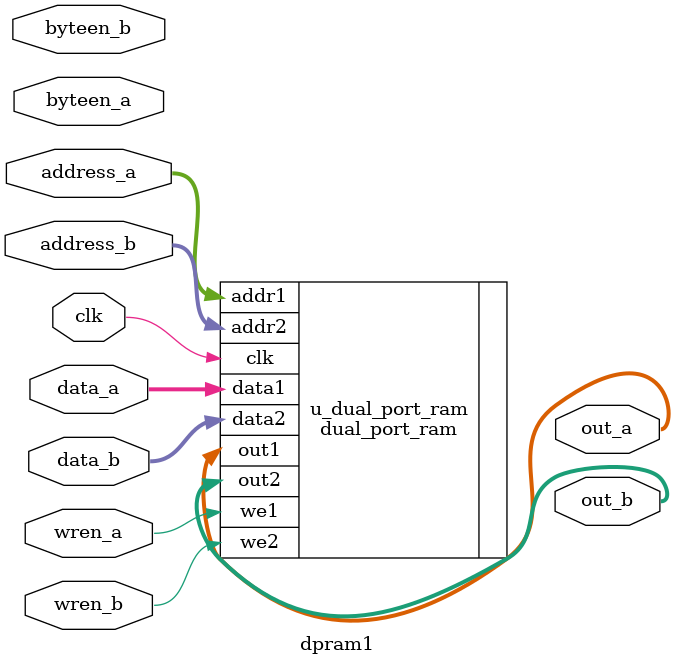
<source format=v>
module dpram1 (
    clk,
    address_a,
    address_b,
    wren_a, 
    wren_b, 
    data_a,
    data_b,
    byteen_a,
    byteen_b,
    out_a,
    out_b
);

parameter AWIDTH=10;
parameter NUM_WORDS=1024;
parameter DWIDTH=32;
parameter LOG2DWIDTH = $clog2(DWIDTH);

input clk;
input [(AWIDTH-1):0] address_a;
input [(AWIDTH-1):0] address_b;
input  wren_a;
input  wren_b;
input [(DWIDTH/8)-1:0] byteen_a;
input [(DWIDTH/8)-1:0] byteen_b;
input [(DWIDTH-1):0] data_a;
input [(DWIDTH-1):0] data_b;
output reg [(DWIDTH-1):0] out_a;
output reg [(DWIDTH-1):0] out_b;

//`ifdef SIMULATION_MEMORY
//
//integer i;
//integer k;
//
////reg [32-1:0] ram[268435456-1:0];
//reg [32-1:0] ram[67108864-1:0];
////reg [32-1:0] ram[4096-1:0];
//reg [25:0] addr_a;
//reg [25:0] addr_b;
// 
//initial
// begin
//   //This is TOO big for 256 MB RAM!  We right shift data by 1
//      $readmemh("instr.dat",ram,'h100_0000);
////      $readmemh("instr.dat",ram,'h400_0000);
//       $readmemh("data.dat",ram,'h400_0000 >> 1);
////      $readmemh("instr.dat",ram,'h1000_0000);
// end
//
//always@(*) begin
//    addr_a = address_a << 26-AWIDTH;
//    addr_b = address_b << 26-AWIDTH;
//   // addr_a = address_a;
//   // addr_b = address_b;
//end
//
//always@(posedge clk) begin 
//  if (wren_a) begin
//      for(k=0; k < DWIDTH/32;k=k+1)begin
//          for(i=0; i < 4 ;i=i+1)begin
//              if(byteen_a[((DWIDTH/8-1)-(4*k+i))])
//                  ram[addr_a+k][i*8+:8] <= data_a[32*k+i*8+:8];
//          end
//      end
//  end
//  else begin
//      for(i=0; i < DWIDTH/32; i=i+1)begin
//          out_a[32*i+:32] <= ram[addr_a+i];
//      end
//  end
//  if (wren_b) begin
//      for(k=0; k < DWIDTH/32;k=k+1)begin
//          for(i=0; i < 4 ;i=i+1)begin
//              if(byteen_b[((DWIDTH/8-1)-(4*k+i))])
//                  ram[addr_b+k][i*8+:8] <= data_b[32*k+i*8+:8];
//          end
//      end
//  end
//  else begin
//      for(i=0; i < DWIDTH/32; i=i+1)begin
//          out_b[32*i+:32] <= ram[addr_b+i];
//      end
//  end
//end
//`else

dual_port_ram u_dual_port_ram(
.addr1(address_a),
.we1(wren_a),
.data1(data_a),
.out1(out_a),
.addr2(address_b),
.we2(wren_b),
.data2(data_b),
.out2(out_b),
.clk(clk)
);


//`endif

endmodule

</source>
